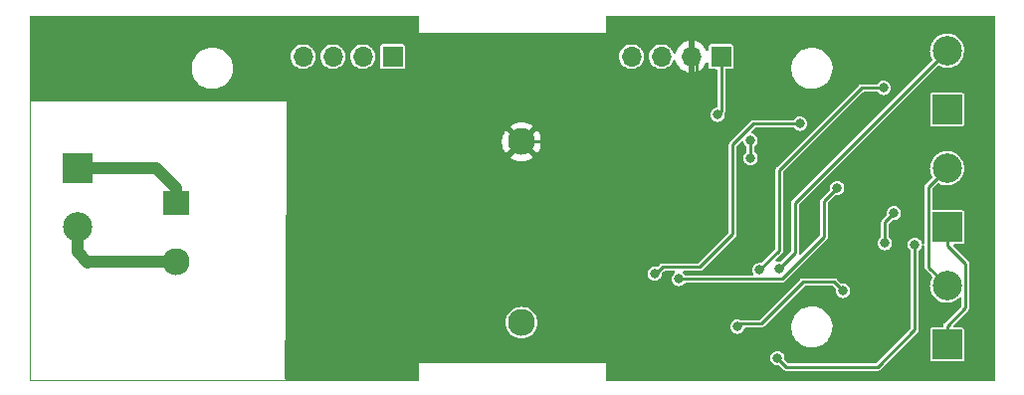
<source format=gbr>
%TF.GenerationSoftware,KiCad,Pcbnew,6.0.11-2627ca5db0~126~ubuntu20.04.1*%
%TF.CreationDate,2024-09-22T13:49:41-05:00*%
%TF.ProjectId,modbus_rtu_mirror_base_88x37x59mm,6d6f6462-7573-45f7-9274-755f6d697272,rev?*%
%TF.SameCoordinates,Original*%
%TF.FileFunction,Copper,L2,Bot*%
%TF.FilePolarity,Positive*%
%FSLAX46Y46*%
G04 Gerber Fmt 4.6, Leading zero omitted, Abs format (unit mm)*
G04 Created by KiCad (PCBNEW 6.0.11-2627ca5db0~126~ubuntu20.04.1) date 2024-09-22 13:49:41*
%MOMM*%
%LPD*%
G01*
G04 APERTURE LIST*
%TA.AperFunction,Profile*%
%ADD10C,0.100000*%
%TD*%
%TA.AperFunction,ComponentPad*%
%ADD11R,2.500000X2.500000*%
%TD*%
%TA.AperFunction,ComponentPad*%
%ADD12C,2.500000*%
%TD*%
%TA.AperFunction,ComponentPad*%
%ADD13R,1.700000X1.700000*%
%TD*%
%TA.AperFunction,ComponentPad*%
%ADD14O,1.700000X1.700000*%
%TD*%
%TA.AperFunction,ComponentPad*%
%ADD15R,2.300000X2.000000*%
%TD*%
%TA.AperFunction,ComponentPad*%
%ADD16C,2.300000*%
%TD*%
%TA.AperFunction,ViaPad*%
%ADD17C,0.800000*%
%TD*%
%TA.AperFunction,Conductor*%
%ADD18C,0.250000*%
%TD*%
%TA.AperFunction,Conductor*%
%ADD19C,1.000000*%
%TD*%
G04 APERTURE END LIST*
D10*
X133000000Y-101500000D02*
X149000000Y-101500000D01*
X149000000Y-131000000D02*
X149000000Y-129500000D01*
X149000000Y-100000000D02*
X149000000Y-101500000D01*
X133000000Y-129500000D02*
X149000000Y-129500000D01*
X100000000Y-100000000D02*
X100000000Y-131000000D01*
X100000000Y-131000000D02*
X133000000Y-131000000D01*
X182000000Y-100000000D02*
X182000000Y-131000000D01*
X149000000Y-131000000D02*
X182000000Y-131000000D01*
X100000000Y-100000000D02*
X133000000Y-100000000D01*
X133000000Y-100000000D02*
X133000000Y-101500000D01*
X133000000Y-131000000D02*
X133000000Y-129500000D01*
X149000000Y-100000000D02*
X182000000Y-100000000D01*
D11*
%TO.P,J3,1,Pin_1*%
%TO.N,/RS485_1_A*%
X178000000Y-118000000D03*
D12*
%TO.P,J3,2,Pin_2*%
%TO.N,/RS485_1_B*%
X178000000Y-113000000D03*
%TD*%
D11*
%TO.P,J2,1,Pin_1*%
%TO.N,/RS485_1_A*%
X178000000Y-128000000D03*
D12*
%TO.P,J2,2,Pin_2*%
%TO.N,/RS485_1_B*%
X178000000Y-123000000D03*
%TD*%
D13*
%TO.P,J5,1,Pin_1*%
%TO.N,+5V*%
X158780000Y-103505000D03*
D14*
%TO.P,J5,2,Pin_2*%
%TO.N,GND*%
X156240000Y-103505000D03*
%TO.P,J5,3,Pin_3*%
%TO.N,Net-(U2-Pad1)*%
X153700000Y-103505000D03*
%TO.P,J5,4,Pin_4*%
%TO.N,Net-(U2-Pad3)*%
X151160000Y-103505000D03*
%TD*%
D11*
%TO.P,J1,1,Pin_1*%
%TO.N,Net-(PS1-Pad1)*%
X104000000Y-113000000D03*
D12*
%TO.P,J1,2,Pin_2*%
%TO.N,Net-(PS1-Pad2)*%
X104000000Y-118000000D03*
%TD*%
D11*
%TO.P,J4,1,Pin_1*%
%TO.N,/RS485_2_A*%
X178000000Y-108000000D03*
D12*
%TO.P,J4,2,Pin_2*%
%TO.N,/RS485_2_B*%
X178000000Y-103000000D03*
%TD*%
D15*
%TO.P,PS1,1,AC/L*%
%TO.N,Net-(PS1-Pad1)*%
X112395000Y-115951000D03*
D16*
%TO.P,PS1,2,AC/N*%
%TO.N,Net-(PS1-Pad2)*%
X112395000Y-120951000D03*
%TO.P,PS1,3,-Vout*%
%TO.N,GND*%
X141795000Y-110751000D03*
%TO.P,PS1,4,+Vout*%
%TO.N,+5V*%
X141795000Y-126151000D03*
%TD*%
D13*
%TO.P,J6,1,Pin_1*%
%TO.N,Net-(U2-Pad4)*%
X130840000Y-103505000D03*
D14*
%TO.P,J6,2,Pin_2*%
%TO.N,Net-(J6-Pad2)*%
X128300000Y-103505000D03*
%TO.P,J6,3,Pin_3*%
%TO.N,Net-(J6-Pad3)*%
X125760000Y-103505000D03*
%TO.P,J6,4,Pin_4*%
%TO.N,Net-(J6-Pad4)*%
X123220000Y-103505000D03*
%TD*%
D17*
%TO.N,GND*%
X158015500Y-118717300D03*
X156585500Y-113576900D03*
%TO.N,/RS485_1_A*%
X172720000Y-119380000D03*
X173482000Y-116840000D03*
%TO.N,/RS485_1_B*%
X160147000Y-126492000D03*
X169164000Y-123444000D03*
%TO.N,/RS485_2_B*%
X161290000Y-110654500D03*
X161290000Y-112141000D03*
X163703000Y-121539000D03*
%TO.N,+5V*%
X158496000Y-108458000D03*
%TO.N,Net-(R1-Pad1)*%
X163576000Y-129159000D03*
X175260000Y-119507000D03*
%TO.N,Net-(R4-Pad1)*%
X162052000Y-121673100D03*
X172593000Y-106172000D03*
%TO.N,Net-(R5-Pad1)*%
X165481000Y-109220000D03*
X153107354Y-121983244D03*
%TO.N,Net-(R6-Pad2)*%
X155194000Y-122428000D03*
X168656000Y-114681000D03*
%TD*%
D18*
%TO.N,GND*%
X156585500Y-117287300D02*
X156585500Y-113576900D01*
X153759600Y-110751000D02*
X156585500Y-113576900D01*
X141795000Y-110751000D02*
X153759600Y-110751000D01*
X156718000Y-107792600D02*
X156718000Y-103983000D01*
X156718000Y-103983000D02*
X156240000Y-103505000D01*
X158015500Y-118717300D02*
X156585500Y-117287300D01*
X153759600Y-110751000D02*
X156718000Y-107792600D01*
%TO.N,/RS485_1_A*%
X179575300Y-124849400D02*
X179575300Y-121150600D01*
X179575300Y-121150600D02*
X178000000Y-119575300D01*
X178000000Y-118000000D02*
X178000000Y-119575300D01*
X178000000Y-128000000D02*
X178000000Y-126424700D01*
X172720000Y-119380000D02*
X172720000Y-117602000D01*
X178000000Y-126424700D02*
X179575300Y-124849400D01*
X172720000Y-117602000D02*
X173482000Y-116840000D01*
%TO.N,/RS485_1_B*%
X176424600Y-114575400D02*
X176424600Y-121424600D01*
X178000000Y-113000000D02*
X176424600Y-114575400D01*
X162179000Y-126238000D02*
X165735000Y-122682000D01*
X160147000Y-126492000D02*
X160401000Y-126238000D01*
X176424600Y-121424600D02*
X178000000Y-123000000D01*
X168402000Y-122682000D02*
X169164000Y-123444000D01*
X165735000Y-122682000D02*
X168402000Y-122682000D01*
X160401000Y-126238000D02*
X162179000Y-126238000D01*
%TO.N,/RS485_2_B*%
X165082500Y-120159500D02*
X165082500Y-115917500D01*
X161290000Y-112141000D02*
X161290000Y-110654500D01*
X163703000Y-121539000D02*
X165082500Y-120159500D01*
X165082500Y-115917500D02*
X178000000Y-103000000D01*
%TO.N,+5V*%
X158496000Y-108458000D02*
X158780000Y-108174000D01*
X158780000Y-108174000D02*
X158780000Y-103505000D01*
%TO.N,Net-(R1-Pad1)*%
X175260000Y-126746000D02*
X175260000Y-119507000D01*
X164338000Y-129921000D02*
X172085000Y-129921000D01*
X163576000Y-129159000D02*
X164338000Y-129921000D01*
X172085000Y-129921000D02*
X175260000Y-126746000D01*
%TO.N,Net-(R4-Pad1)*%
X163726200Y-113187000D02*
X163726200Y-119998900D01*
X163726200Y-119998900D02*
X162052000Y-121673100D01*
X172593000Y-106172000D02*
X170741200Y-106172000D01*
X170741200Y-106172000D02*
X163726200Y-113187000D01*
%TO.N,Net-(R5-Pad1)*%
X159766000Y-112395000D02*
X159766000Y-110998000D01*
X153670000Y-121539000D02*
X153797000Y-121412000D01*
X153107354Y-121983244D02*
X153225756Y-121983244D01*
X153797000Y-121412000D02*
X156972000Y-121412000D01*
X159766000Y-118618000D02*
X159766000Y-112395000D01*
X159766000Y-110998000D02*
X161544000Y-109220000D01*
X153225756Y-121983244D02*
X153670000Y-121539000D01*
X161544000Y-109220000D02*
X165481000Y-109220000D01*
X156972000Y-121412000D02*
X159766000Y-118618000D01*
%TO.N,Net-(R6-Pad2)*%
X167513000Y-118872000D02*
X163957000Y-122428000D01*
X168656000Y-114681000D02*
X167513000Y-115824000D01*
X163957000Y-122428000D02*
X155194000Y-122428000D01*
X167513000Y-115824000D02*
X167513000Y-118872000D01*
D19*
%TO.N,Net-(PS1-Pad1)*%
X112395000Y-114681000D02*
X112395000Y-115951000D01*
X104000000Y-113000000D02*
X110714000Y-113000000D01*
X110714000Y-113000000D02*
X112395000Y-114681000D01*
%TO.N,Net-(PS1-Pad2)*%
X104982000Y-120951000D02*
X112395000Y-120951000D01*
X104000000Y-118000000D02*
X104000000Y-120129000D01*
X104000000Y-120129000D02*
X104902000Y-121031000D01*
X104902000Y-121031000D02*
X104982000Y-120951000D01*
%TD*%
%TA.AperFunction,Conductor*%
%TO.N,GND*%
G36*
X132941121Y-100021002D02*
G01*
X132987614Y-100074658D01*
X132999000Y-100127000D01*
X132999000Y-101499802D01*
X132998918Y-101500000D01*
X132999000Y-101500198D01*
X132999235Y-101500765D01*
X133000000Y-101501082D01*
X133000198Y-101501000D01*
X148999802Y-101501000D01*
X149000000Y-101501082D01*
X149000765Y-101500765D01*
X149001000Y-101500198D01*
X149001082Y-101500000D01*
X149001000Y-101499802D01*
X149001000Y-100127000D01*
X149021002Y-100058879D01*
X149074658Y-100012386D01*
X149127000Y-100001000D01*
X181873000Y-100001000D01*
X181941121Y-100021002D01*
X181987614Y-100074658D01*
X181999000Y-100127000D01*
X181999000Y-130873000D01*
X181978998Y-130941121D01*
X181925342Y-130987614D01*
X181873000Y-130999000D01*
X149127000Y-130999000D01*
X149058879Y-130978998D01*
X149012386Y-130925342D01*
X149001000Y-130873000D01*
X149001000Y-129500198D01*
X149001082Y-129500000D01*
X149000765Y-129499235D01*
X149000198Y-129499000D01*
X149000000Y-129498918D01*
X148999802Y-129499000D01*
X133000198Y-129499000D01*
X133000000Y-129498918D01*
X132999802Y-129499000D01*
X132999235Y-129499235D01*
X132998918Y-129500000D01*
X132999000Y-129500198D01*
X132999000Y-130873000D01*
X132978998Y-130941121D01*
X132925342Y-130987614D01*
X132873000Y-130999000D01*
X121795661Y-130999000D01*
X121727540Y-130978998D01*
X121681047Y-130925342D01*
X121669663Y-130872340D01*
X121672971Y-130240509D01*
X121678633Y-129159000D01*
X162970318Y-129159000D01*
X162990956Y-129315762D01*
X163051464Y-129461841D01*
X163147718Y-129587282D01*
X163273159Y-129683536D01*
X163419238Y-129744044D01*
X163576000Y-129764682D01*
X163642843Y-129755882D01*
X163712990Y-129766821D01*
X163748383Y-129791709D01*
X164093889Y-130137215D01*
X164101315Y-130145318D01*
X164125545Y-130174194D01*
X164135094Y-130179707D01*
X164158185Y-130193039D01*
X164167456Y-130198945D01*
X164198316Y-130220554D01*
X164208966Y-130223408D01*
X164212134Y-130224885D01*
X164215410Y-130226077D01*
X164224955Y-130231588D01*
X164258699Y-130237538D01*
X164262058Y-130238130D01*
X164272785Y-130240508D01*
X164309193Y-130250264D01*
X164320169Y-130249304D01*
X164320172Y-130249304D01*
X164346743Y-130246979D01*
X164357724Y-130246500D01*
X172065290Y-130246500D01*
X172076272Y-130246980D01*
X172102820Y-130249303D01*
X172102822Y-130249303D01*
X172113807Y-130250264D01*
X172150215Y-130240508D01*
X172160942Y-130238130D01*
X172164301Y-130237538D01*
X172198045Y-130231588D01*
X172207590Y-130226077D01*
X172210866Y-130224885D01*
X172214034Y-130223408D01*
X172224684Y-130220554D01*
X172255544Y-130198945D01*
X172264815Y-130193039D01*
X172287906Y-130179707D01*
X172297455Y-130174194D01*
X172321685Y-130145317D01*
X172329111Y-130137215D01*
X175476215Y-126990111D01*
X175484319Y-126982684D01*
X175504749Y-126965541D01*
X175513194Y-126958455D01*
X175518707Y-126948906D01*
X175532039Y-126925815D01*
X175537945Y-126916544D01*
X175553230Y-126894715D01*
X175559554Y-126885684D01*
X175562408Y-126875034D01*
X175563885Y-126871866D01*
X175565077Y-126868590D01*
X175570588Y-126859045D01*
X175577130Y-126821942D01*
X175579509Y-126811210D01*
X175582140Y-126801392D01*
X175589264Y-126774807D01*
X175585980Y-126737272D01*
X175585500Y-126726290D01*
X175585500Y-120076286D01*
X175605502Y-120008165D01*
X175634796Y-119976323D01*
X175681736Y-119940305D01*
X175688282Y-119935282D01*
X175784536Y-119809841D01*
X175845044Y-119663762D01*
X175848178Y-119639957D01*
X175876900Y-119575029D01*
X175936166Y-119535938D01*
X176007157Y-119535093D01*
X176067336Y-119572763D01*
X176097595Y-119636989D01*
X176099100Y-119656403D01*
X176099100Y-121404890D01*
X176098620Y-121415872D01*
X176095336Y-121453407D01*
X176098190Y-121464056D01*
X176105091Y-121489810D01*
X176107470Y-121500542D01*
X176114012Y-121537645D01*
X176119522Y-121547188D01*
X176120715Y-121550466D01*
X176122192Y-121553634D01*
X176125046Y-121564284D01*
X176131370Y-121573315D01*
X176146655Y-121595144D01*
X176152561Y-121604415D01*
X176165893Y-121627506D01*
X176171406Y-121637055D01*
X176200282Y-121661285D01*
X176208385Y-121668711D01*
X176699559Y-122159885D01*
X176733585Y-122222197D01*
X176728520Y-122293012D01*
X176724751Y-122302031D01*
X176636232Y-122492727D01*
X176636228Y-122492739D01*
X176634051Y-122497428D01*
X176570309Y-122727272D01*
X176569760Y-122732409D01*
X176549770Y-122919464D01*
X176544963Y-122964440D01*
X176545260Y-122969592D01*
X176545260Y-122969596D01*
X176558396Y-123197403D01*
X176558397Y-123197409D01*
X176558694Y-123202562D01*
X176611131Y-123435245D01*
X176613075Y-123440032D01*
X176613076Y-123440036D01*
X176675015Y-123592574D01*
X176700867Y-123656239D01*
X176825493Y-123859609D01*
X176981660Y-124039894D01*
X177165176Y-124192252D01*
X177371112Y-124312591D01*
X177593937Y-124397680D01*
X177599005Y-124398711D01*
X177599008Y-124398712D01*
X177714267Y-124422162D01*
X177827666Y-124445233D01*
X177832839Y-124445423D01*
X177832842Y-124445423D01*
X178060861Y-124453784D01*
X178060865Y-124453784D01*
X178066025Y-124453973D01*
X178071146Y-124453317D01*
X178297489Y-124424321D01*
X178297490Y-124424321D01*
X178302609Y-124423665D01*
X178531068Y-124355125D01*
X178745264Y-124250191D01*
X178826492Y-124192252D01*
X178935242Y-124114681D01*
X178939445Y-124111683D01*
X178943104Y-124108037D01*
X179034860Y-124016601D01*
X179097232Y-123982685D01*
X179168039Y-123987873D01*
X179224800Y-124030519D01*
X179249494Y-124097083D01*
X179249800Y-124105852D01*
X179249800Y-124662384D01*
X179229798Y-124730505D01*
X179212895Y-124751479D01*
X177783785Y-126180589D01*
X177775681Y-126188016D01*
X177746806Y-126212245D01*
X177741293Y-126221794D01*
X177727961Y-126244885D01*
X177722055Y-126254156D01*
X177700446Y-126285016D01*
X177697592Y-126295666D01*
X177696115Y-126298834D01*
X177694923Y-126302110D01*
X177689412Y-126311655D01*
X177685401Y-126334405D01*
X177682870Y-126348758D01*
X177680492Y-126359485D01*
X177670736Y-126395893D01*
X177672191Y-126412517D01*
X177658204Y-126482120D01*
X177608807Y-126533114D01*
X177546671Y-126549500D01*
X176730252Y-126549500D01*
X176724184Y-126550707D01*
X176683939Y-126558712D01*
X176683938Y-126558712D01*
X176671769Y-126561133D01*
X176605448Y-126605448D01*
X176561133Y-126671769D01*
X176549500Y-126730252D01*
X176549500Y-129269748D01*
X176561133Y-129328231D01*
X176605448Y-129394552D01*
X176671769Y-129438867D01*
X176683938Y-129441288D01*
X176683939Y-129441288D01*
X176724184Y-129449293D01*
X176730252Y-129450500D01*
X179269748Y-129450500D01*
X179275816Y-129449293D01*
X179316061Y-129441288D01*
X179316062Y-129441288D01*
X179328231Y-129438867D01*
X179394552Y-129394552D01*
X179438867Y-129328231D01*
X179450500Y-129269748D01*
X179450500Y-126730252D01*
X179438867Y-126671769D01*
X179394552Y-126605448D01*
X179328231Y-126561133D01*
X179316062Y-126558712D01*
X179316061Y-126558712D01*
X179275816Y-126550707D01*
X179269748Y-126549500D01*
X178639716Y-126549500D01*
X178571595Y-126529498D01*
X178525102Y-126475842D01*
X178514998Y-126405568D01*
X178544492Y-126340988D01*
X178550621Y-126334405D01*
X179791515Y-125093511D01*
X179799619Y-125086084D01*
X179814157Y-125073885D01*
X179828494Y-125061855D01*
X179838398Y-125044701D01*
X179847339Y-125029215D01*
X179853245Y-125019944D01*
X179868530Y-124998115D01*
X179874854Y-124989084D01*
X179877708Y-124978434D01*
X179879185Y-124975266D01*
X179880377Y-124971990D01*
X179885888Y-124962445D01*
X179892430Y-124925342D01*
X179894809Y-124914610D01*
X179894999Y-124913902D01*
X179904564Y-124878207D01*
X179901279Y-124840657D01*
X179900800Y-124829676D01*
X179900800Y-121170310D01*
X179901280Y-121159328D01*
X179903603Y-121132780D01*
X179903603Y-121132778D01*
X179904564Y-121121793D01*
X179894808Y-121085385D01*
X179892430Y-121074658D01*
X179891153Y-121067418D01*
X179885888Y-121037555D01*
X179880377Y-121028010D01*
X179879185Y-121024734D01*
X179877708Y-121021566D01*
X179874854Y-121010916D01*
X179853245Y-120980056D01*
X179847339Y-120970785D01*
X179834007Y-120947694D01*
X179828494Y-120938145D01*
X179799617Y-120913915D01*
X179791515Y-120906489D01*
X178550621Y-119665595D01*
X178516595Y-119603283D01*
X178521660Y-119532468D01*
X178564207Y-119475632D01*
X178630727Y-119450821D01*
X178639716Y-119450500D01*
X179269748Y-119450500D01*
X179275816Y-119449293D01*
X179316061Y-119441288D01*
X179316062Y-119441288D01*
X179328231Y-119438867D01*
X179394552Y-119394552D01*
X179438867Y-119328231D01*
X179450500Y-119269748D01*
X179450500Y-116730252D01*
X179438867Y-116671769D01*
X179394552Y-116605448D01*
X179328231Y-116561133D01*
X179316062Y-116558712D01*
X179316061Y-116558712D01*
X179275816Y-116550707D01*
X179269748Y-116549500D01*
X176876100Y-116549500D01*
X176807979Y-116529498D01*
X176761486Y-116475842D01*
X176750100Y-116423500D01*
X176750100Y-114762416D01*
X176770102Y-114694295D01*
X176787005Y-114673321D01*
X177161386Y-114298940D01*
X177223698Y-114264914D01*
X177294513Y-114269979D01*
X177314041Y-114279242D01*
X177371112Y-114312591D01*
X177593937Y-114397680D01*
X177599005Y-114398711D01*
X177599008Y-114398712D01*
X177714267Y-114422162D01*
X177827666Y-114445233D01*
X177832839Y-114445423D01*
X177832842Y-114445423D01*
X178060861Y-114453784D01*
X178060865Y-114453784D01*
X178066025Y-114453973D01*
X178071146Y-114453317D01*
X178297489Y-114424321D01*
X178297490Y-114424321D01*
X178302609Y-114423665D01*
X178531068Y-114355125D01*
X178745264Y-114250191D01*
X178939445Y-114111683D01*
X178974856Y-114076396D01*
X179104736Y-113946968D01*
X179108397Y-113943320D01*
X179247582Y-113749623D01*
X179279648Y-113684744D01*
X179350969Y-113540437D01*
X179350970Y-113540435D01*
X179353263Y-113535795D01*
X179422600Y-113307577D01*
X179425583Y-113284921D01*
X179453296Y-113074421D01*
X179453297Y-113074414D01*
X179453733Y-113071099D01*
X179455179Y-113011946D01*
X179455389Y-113003364D01*
X179455389Y-113003360D01*
X179455471Y-113000000D01*
X179447755Y-112906143D01*
X179436351Y-112767435D01*
X179436350Y-112767429D01*
X179435927Y-112762284D01*
X179406874Y-112646618D01*
X179379080Y-112535963D01*
X179379079Y-112535959D01*
X179377821Y-112530952D01*
X179365415Y-112502420D01*
X179284772Y-112316953D01*
X179284770Y-112316950D01*
X179282712Y-112312216D01*
X179153155Y-112111951D01*
X179142040Y-112099735D01*
X178996107Y-111939358D01*
X178996105Y-111939357D01*
X178992629Y-111935536D01*
X178988578Y-111932337D01*
X178988574Y-111932333D01*
X178809500Y-111790909D01*
X178809496Y-111790907D01*
X178805445Y-111787707D01*
X178766125Y-111766001D01*
X178669602Y-111712718D01*
X178596631Y-111672436D01*
X178591762Y-111670712D01*
X178591758Y-111670710D01*
X178376663Y-111594541D01*
X178376661Y-111594540D01*
X178371794Y-111592817D01*
X178253325Y-111571714D01*
X178142060Y-111551894D01*
X178142056Y-111551894D01*
X178136972Y-111550988D01*
X178053140Y-111549964D01*
X177903640Y-111548137D01*
X177903638Y-111548137D01*
X177898471Y-111548074D01*
X177662698Y-111584153D01*
X177435982Y-111658255D01*
X177431394Y-111660643D01*
X177431390Y-111660645D01*
X177229003Y-111766001D01*
X177224414Y-111768390D01*
X177220281Y-111771493D01*
X177220278Y-111771495D01*
X177140216Y-111831608D01*
X177033675Y-111911602D01*
X176868887Y-112084042D01*
X176865973Y-112088314D01*
X176865972Y-112088315D01*
X176852459Y-112108125D01*
X176734475Y-112281082D01*
X176634051Y-112497428D01*
X176570309Y-112727272D01*
X176569760Y-112732409D01*
X176546850Y-112946786D01*
X176544963Y-112964440D01*
X176545260Y-112969592D01*
X176545260Y-112969596D01*
X176558396Y-113197403D01*
X176558397Y-113197409D01*
X176558694Y-113202562D01*
X176559831Y-113207606D01*
X176597333Y-113374016D01*
X176611131Y-113435245D01*
X176613075Y-113440032D01*
X176613076Y-113440036D01*
X176651960Y-113535795D01*
X176700867Y-113656239D01*
X176718337Y-113684747D01*
X176736875Y-113753277D01*
X176715419Y-113820954D01*
X176699999Y-113839675D01*
X176208385Y-114331289D01*
X176200281Y-114338716D01*
X176171406Y-114362945D01*
X176165893Y-114372494D01*
X176152561Y-114395585D01*
X176146655Y-114404856D01*
X176125046Y-114435716D01*
X176122192Y-114446366D01*
X176120715Y-114449534D01*
X176119523Y-114452810D01*
X176114012Y-114462355D01*
X176108062Y-114496099D01*
X176107470Y-114499458D01*
X176105092Y-114510185D01*
X176095336Y-114546593D01*
X176096297Y-114557578D01*
X176096297Y-114557580D01*
X176098620Y-114584128D01*
X176099100Y-114595110D01*
X176099100Y-119357597D01*
X176079098Y-119425718D01*
X176025442Y-119472211D01*
X175955168Y-119482315D01*
X175890588Y-119452821D01*
X175852204Y-119393095D01*
X175848178Y-119374043D01*
X175846122Y-119358426D01*
X175845044Y-119350238D01*
X175784536Y-119204159D01*
X175688282Y-119078718D01*
X175562841Y-118982464D01*
X175416762Y-118921956D01*
X175260000Y-118901318D01*
X175103238Y-118921956D01*
X174957159Y-118982464D01*
X174831718Y-119078718D01*
X174735464Y-119204159D01*
X174674956Y-119350238D01*
X174654318Y-119507000D01*
X174674956Y-119663762D01*
X174735464Y-119809841D01*
X174831718Y-119935282D01*
X174838264Y-119940305D01*
X174885204Y-119976323D01*
X174927071Y-120033661D01*
X174934500Y-120076286D01*
X174934500Y-126558984D01*
X174914498Y-126627105D01*
X174897595Y-126648079D01*
X171987079Y-129558595D01*
X171924767Y-129592621D01*
X171897984Y-129595500D01*
X164525016Y-129595500D01*
X164456895Y-129575498D01*
X164435921Y-129558595D01*
X164208709Y-129331383D01*
X164174683Y-129269071D01*
X164172882Y-129225842D01*
X164180604Y-129167188D01*
X164181682Y-129159000D01*
X164161044Y-129002238D01*
X164100536Y-128856159D01*
X164004282Y-128730718D01*
X163878841Y-128634464D01*
X163732762Y-128573956D01*
X163576000Y-128553318D01*
X163419238Y-128573956D01*
X163273159Y-128634464D01*
X163147718Y-128730718D01*
X163051464Y-128856159D01*
X162990956Y-129002238D01*
X162970318Y-129159000D01*
X121678633Y-129159000D01*
X121694382Y-126151000D01*
X140439341Y-126151000D01*
X140459937Y-126386408D01*
X140461361Y-126391722D01*
X140461361Y-126391723D01*
X140508397Y-126567264D01*
X140521097Y-126614663D01*
X140523419Y-126619643D01*
X140523420Y-126619645D01*
X140617754Y-126821942D01*
X140620965Y-126828829D01*
X140756505Y-127022401D01*
X140923599Y-127189495D01*
X140928107Y-127192652D01*
X140928110Y-127192654D01*
X141112661Y-127321878D01*
X141117170Y-127325035D01*
X141122152Y-127327358D01*
X141122157Y-127327361D01*
X141266736Y-127394779D01*
X141331337Y-127424903D01*
X141336645Y-127426325D01*
X141336647Y-127426326D01*
X141554277Y-127484639D01*
X141559592Y-127486063D01*
X141795000Y-127506659D01*
X142030408Y-127486063D01*
X142035723Y-127484639D01*
X142253353Y-127426326D01*
X142253355Y-127426325D01*
X142258663Y-127424903D01*
X142323264Y-127394779D01*
X142467843Y-127327361D01*
X142467848Y-127327358D01*
X142472830Y-127325035D01*
X142477339Y-127321878D01*
X142661890Y-127192654D01*
X142661893Y-127192652D01*
X142666401Y-127189495D01*
X142833495Y-127022401D01*
X142969035Y-126828829D01*
X142972247Y-126821942D01*
X143066580Y-126619645D01*
X143066581Y-126619643D01*
X143068903Y-126614663D01*
X143081604Y-126567264D01*
X143101770Y-126492000D01*
X159541318Y-126492000D01*
X159561956Y-126648762D01*
X159622464Y-126794841D01*
X159718718Y-126920282D01*
X159844159Y-127016536D01*
X159990238Y-127077044D01*
X160147000Y-127097682D01*
X160155188Y-127096604D01*
X160295574Y-127078122D01*
X160303762Y-127077044D01*
X160449841Y-127016536D01*
X160575282Y-126920282D01*
X160671536Y-126794841D01*
X160732044Y-126648762D01*
X160733370Y-126649311D01*
X160759058Y-126607165D01*
X164747866Y-126607165D01*
X164782952Y-126864970D01*
X164784260Y-126869456D01*
X164784260Y-126869458D01*
X164791622Y-126894715D01*
X164855758Y-127114757D01*
X164964686Y-127351039D01*
X164967246Y-127354944D01*
X164967249Y-127354949D01*
X165104775Y-127564712D01*
X165104779Y-127564717D01*
X165107341Y-127568625D01*
X165280591Y-127762735D01*
X165480629Y-127929105D01*
X165703061Y-128064080D01*
X165707375Y-128065889D01*
X165707377Y-128065890D01*
X165938686Y-128162886D01*
X165938691Y-128162888D01*
X165943001Y-128164695D01*
X165947533Y-128165846D01*
X165947536Y-128165847D01*
X166072815Y-128197663D01*
X166195177Y-128228739D01*
X166411286Y-128250500D01*
X166566044Y-128250500D01*
X166568369Y-128250327D01*
X166568375Y-128250327D01*
X166754814Y-128236472D01*
X166754818Y-128236471D01*
X166759466Y-128236126D01*
X167013232Y-128178705D01*
X167017586Y-128177012D01*
X167251370Y-128086098D01*
X167251372Y-128086097D01*
X167255723Y-128084405D01*
X167291285Y-128064080D01*
X167339038Y-128036786D01*
X167481612Y-127955299D01*
X167685936Y-127794223D01*
X167864208Y-127604714D01*
X167988948Y-127424903D01*
X168009846Y-127394779D01*
X168009848Y-127394776D01*
X168012511Y-127390937D01*
X168030258Y-127354949D01*
X168125521Y-127161775D01*
X168125522Y-127161772D01*
X168127586Y-127157587D01*
X168206906Y-126909792D01*
X168248728Y-126652994D01*
X168251224Y-126462318D01*
X168252073Y-126397512D01*
X168252073Y-126397509D01*
X168252134Y-126392835D01*
X168217048Y-126135030D01*
X168144242Y-125885243D01*
X168035314Y-125648961D01*
X168006637Y-125605221D01*
X167895225Y-125435288D01*
X167895221Y-125435283D01*
X167892659Y-125431375D01*
X167719409Y-125237265D01*
X167519371Y-125070895D01*
X167296939Y-124935920D01*
X167292623Y-124934110D01*
X167061314Y-124837114D01*
X167061309Y-124837112D01*
X167056999Y-124835305D01*
X167052467Y-124834154D01*
X167052464Y-124834153D01*
X166899639Y-124795341D01*
X166804823Y-124771261D01*
X166588714Y-124749500D01*
X166433956Y-124749500D01*
X166431631Y-124749673D01*
X166431625Y-124749673D01*
X166245186Y-124763528D01*
X166245182Y-124763529D01*
X166240534Y-124763874D01*
X165986768Y-124821295D01*
X165982416Y-124822987D01*
X165982414Y-124822988D01*
X165748630Y-124913902D01*
X165748628Y-124913903D01*
X165744277Y-124915595D01*
X165740223Y-124917912D01*
X165740221Y-124917913D01*
X165704467Y-124938348D01*
X165518388Y-125044701D01*
X165314064Y-125205777D01*
X165135792Y-125395286D01*
X164987489Y-125609063D01*
X164985423Y-125613253D01*
X164985421Y-125613256D01*
X164948889Y-125687337D01*
X164872414Y-125842413D01*
X164870992Y-125846856D01*
X164870991Y-125846858D01*
X164847235Y-125921072D01*
X164793094Y-126090208D01*
X164782302Y-126156475D01*
X164753189Y-126335238D01*
X164751272Y-126347006D01*
X164750756Y-126386408D01*
X164747979Y-126598557D01*
X164747866Y-126607165D01*
X160759058Y-126607165D01*
X160765699Y-126596269D01*
X160829558Y-126565245D01*
X160850457Y-126563500D01*
X162159290Y-126563500D01*
X162170272Y-126563980D01*
X162196820Y-126566303D01*
X162196822Y-126566303D01*
X162207807Y-126567264D01*
X162244215Y-126557508D01*
X162254942Y-126555130D01*
X162258301Y-126554538D01*
X162292045Y-126548588D01*
X162301590Y-126543077D01*
X162304866Y-126541885D01*
X162308034Y-126540408D01*
X162318684Y-126537554D01*
X162349544Y-126515945D01*
X162358815Y-126510039D01*
X162381906Y-126496707D01*
X162391455Y-126491194D01*
X162415685Y-126462317D01*
X162423111Y-126454215D01*
X165832922Y-123044405D01*
X165895234Y-123010379D01*
X165922017Y-123007500D01*
X168214984Y-123007500D01*
X168283105Y-123027502D01*
X168304079Y-123044405D01*
X168531291Y-123271617D01*
X168565317Y-123333929D01*
X168567118Y-123377157D01*
X168558318Y-123444000D01*
X168578956Y-123600762D01*
X168639464Y-123746841D01*
X168735718Y-123872282D01*
X168861159Y-123968536D01*
X169007238Y-124029044D01*
X169164000Y-124049682D01*
X169172188Y-124048604D01*
X169312574Y-124030122D01*
X169320762Y-124029044D01*
X169466841Y-123968536D01*
X169592282Y-123872282D01*
X169688536Y-123746841D01*
X169749044Y-123600762D01*
X169769682Y-123444000D01*
X169749044Y-123287238D01*
X169688536Y-123141159D01*
X169592282Y-123015718D01*
X169466841Y-122919464D01*
X169320762Y-122858956D01*
X169164000Y-122838318D01*
X169097157Y-122847118D01*
X169027010Y-122836179D01*
X168991617Y-122811291D01*
X168646111Y-122465785D01*
X168638684Y-122457681D01*
X168621541Y-122437251D01*
X168621542Y-122437251D01*
X168614455Y-122428806D01*
X168593225Y-122416549D01*
X168581815Y-122409961D01*
X168572544Y-122404055D01*
X168550715Y-122388770D01*
X168541684Y-122382446D01*
X168531034Y-122379592D01*
X168527866Y-122378115D01*
X168524590Y-122376923D01*
X168515045Y-122371412D01*
X168481301Y-122365462D01*
X168477942Y-122364870D01*
X168467215Y-122362492D01*
X168430807Y-122352736D01*
X168419822Y-122353697D01*
X168419820Y-122353697D01*
X168393272Y-122356020D01*
X168382290Y-122356500D01*
X165754698Y-122356500D01*
X165743716Y-122356020D01*
X165717180Y-122353698D01*
X165717178Y-122353698D01*
X165706193Y-122352737D01*
X165695543Y-122355591D01*
X165695541Y-122355591D01*
X165669804Y-122362488D01*
X165659069Y-122364868D01*
X165659058Y-122364870D01*
X165621955Y-122371412D01*
X165612407Y-122376924D01*
X165609130Y-122378117D01*
X165605962Y-122379594D01*
X165595316Y-122382447D01*
X165586287Y-122388769D01*
X165564453Y-122404057D01*
X165555185Y-122409961D01*
X165522545Y-122428806D01*
X165515459Y-122437251D01*
X165515457Y-122437253D01*
X165498326Y-122457669D01*
X165490900Y-122465773D01*
X162081079Y-125875595D01*
X162018767Y-125909621D01*
X161991984Y-125912500D01*
X160420713Y-125912500D01*
X160409732Y-125912021D01*
X160383169Y-125909697D01*
X160383168Y-125909697D01*
X160372193Y-125908737D01*
X160361550Y-125911589D01*
X160350564Y-125912550D01*
X160350237Y-125908809D01*
X160308294Y-125908833D01*
X160303762Y-125906956D01*
X160147000Y-125886318D01*
X159990238Y-125906956D01*
X159844159Y-125967464D01*
X159718718Y-126063718D01*
X159622464Y-126189159D01*
X159561956Y-126335238D01*
X159541318Y-126492000D01*
X143101770Y-126492000D01*
X143128639Y-126391723D01*
X143128639Y-126391722D01*
X143130063Y-126386408D01*
X143150659Y-126151000D01*
X143130063Y-125915592D01*
X143128596Y-125910116D01*
X143070326Y-125692647D01*
X143070325Y-125692645D01*
X143068903Y-125687337D01*
X143032403Y-125609063D01*
X142971358Y-125478152D01*
X142971356Y-125478149D01*
X142969035Y-125473171D01*
X142833495Y-125279599D01*
X142666401Y-125112505D01*
X142661893Y-125109348D01*
X142661890Y-125109346D01*
X142477339Y-124980122D01*
X142477336Y-124980120D01*
X142472830Y-124976965D01*
X142467848Y-124974642D01*
X142467843Y-124974639D01*
X142263645Y-124879420D01*
X142263644Y-124879419D01*
X142258663Y-124877097D01*
X142253355Y-124875675D01*
X142253353Y-124875674D01*
X142035723Y-124817361D01*
X142035722Y-124817361D01*
X142030408Y-124815937D01*
X141795000Y-124795341D01*
X141559592Y-124815937D01*
X141554278Y-124817361D01*
X141554277Y-124817361D01*
X141336647Y-124875674D01*
X141336645Y-124875675D01*
X141331337Y-124877097D01*
X141326357Y-124879419D01*
X141326355Y-124879420D01*
X141122152Y-124974642D01*
X141122149Y-124974644D01*
X141117171Y-124976965D01*
X140923599Y-125112505D01*
X140756505Y-125279599D01*
X140620965Y-125473171D01*
X140618644Y-125478149D01*
X140618642Y-125478152D01*
X140557597Y-125609063D01*
X140521097Y-125687337D01*
X140519675Y-125692645D01*
X140519674Y-125692647D01*
X140461404Y-125910116D01*
X140459937Y-125915592D01*
X140439341Y-126151000D01*
X121694382Y-126151000D01*
X121716203Y-121983244D01*
X152501672Y-121983244D01*
X152502750Y-121991432D01*
X152518617Y-122111951D01*
X152522310Y-122140006D01*
X152582818Y-122286085D01*
X152679072Y-122411526D01*
X152685618Y-122416549D01*
X152694407Y-122423293D01*
X152804513Y-122507780D01*
X152950592Y-122568288D01*
X153107354Y-122588926D01*
X153115542Y-122587848D01*
X153255928Y-122569366D01*
X153264116Y-122568288D01*
X153410195Y-122507780D01*
X153520301Y-122423293D01*
X153529090Y-122416549D01*
X153535636Y-122411526D01*
X153631890Y-122286085D01*
X153692398Y-122140006D01*
X153695215Y-122118608D01*
X153711540Y-121994608D01*
X153740262Y-121929681D01*
X153747367Y-121921959D01*
X153894921Y-121774405D01*
X153957233Y-121740379D01*
X153984016Y-121737500D01*
X154736263Y-121737500D01*
X154804384Y-121757502D01*
X154850877Y-121811158D01*
X154860981Y-121881432D01*
X154831487Y-121946012D01*
X154812966Y-121963463D01*
X154772267Y-121994692D01*
X154772264Y-121994695D01*
X154765718Y-121999718D01*
X154760695Y-122006264D01*
X154743370Y-122028842D01*
X154669464Y-122125159D01*
X154608956Y-122271238D01*
X154588318Y-122428000D01*
X154608956Y-122584762D01*
X154669464Y-122730841D01*
X154765718Y-122856282D01*
X154891159Y-122952536D01*
X155037238Y-123013044D01*
X155194000Y-123033682D01*
X155202188Y-123032604D01*
X155342574Y-123014122D01*
X155350762Y-123013044D01*
X155496841Y-122952536D01*
X155622282Y-122856282D01*
X155637708Y-122836179D01*
X155663323Y-122802796D01*
X155720661Y-122760929D01*
X155763286Y-122753500D01*
X163937290Y-122753500D01*
X163948272Y-122753980D01*
X163974820Y-122756303D01*
X163974822Y-122756303D01*
X163985807Y-122757264D01*
X164022215Y-122747508D01*
X164032942Y-122745130D01*
X164036301Y-122744538D01*
X164070045Y-122738588D01*
X164079590Y-122733077D01*
X164082866Y-122731885D01*
X164086034Y-122730408D01*
X164096684Y-122727554D01*
X164127544Y-122705945D01*
X164136815Y-122700039D01*
X164159906Y-122686707D01*
X164169455Y-122681194D01*
X164193685Y-122652317D01*
X164201111Y-122644215D01*
X167465327Y-119380000D01*
X172114318Y-119380000D01*
X172134956Y-119536762D01*
X172195464Y-119682841D01*
X172291718Y-119808282D01*
X172298264Y-119813305D01*
X172302287Y-119816392D01*
X172417159Y-119904536D01*
X172563238Y-119965044D01*
X172720000Y-119985682D01*
X172728188Y-119984604D01*
X172868574Y-119966122D01*
X172876762Y-119965044D01*
X173022841Y-119904536D01*
X173137713Y-119816392D01*
X173141736Y-119813305D01*
X173148282Y-119808282D01*
X173244536Y-119682841D01*
X173305044Y-119536762D01*
X173325682Y-119380000D01*
X173305044Y-119223238D01*
X173244536Y-119077159D01*
X173148282Y-118951718D01*
X173129357Y-118937196D01*
X173094796Y-118910677D01*
X173052929Y-118853339D01*
X173045500Y-118810714D01*
X173045500Y-117789016D01*
X173065502Y-117720895D01*
X173082405Y-117699921D01*
X173309617Y-117472709D01*
X173371929Y-117438683D01*
X173415157Y-117436882D01*
X173482000Y-117445682D01*
X173490188Y-117444604D01*
X173630574Y-117426122D01*
X173638762Y-117425044D01*
X173784841Y-117364536D01*
X173910282Y-117268282D01*
X174006536Y-117142841D01*
X174067044Y-116996762D01*
X174087682Y-116840000D01*
X174067044Y-116683238D01*
X174006536Y-116537159D01*
X173910282Y-116411718D01*
X173784841Y-116315464D01*
X173638762Y-116254956D01*
X173482000Y-116234318D01*
X173325238Y-116254956D01*
X173179159Y-116315464D01*
X173053718Y-116411718D01*
X172957464Y-116537159D01*
X172896956Y-116683238D01*
X172876318Y-116840000D01*
X172877396Y-116848188D01*
X172885118Y-116906842D01*
X172874179Y-116976990D01*
X172849291Y-117012383D01*
X172503785Y-117357889D01*
X172495681Y-117365316D01*
X172466806Y-117389545D01*
X172461293Y-117399094D01*
X172447961Y-117422185D01*
X172442055Y-117431456D01*
X172420446Y-117462316D01*
X172417592Y-117472966D01*
X172416115Y-117476134D01*
X172414923Y-117479410D01*
X172409412Y-117488955D01*
X172403462Y-117522699D01*
X172402870Y-117526058D01*
X172400492Y-117536785D01*
X172390736Y-117573193D01*
X172391697Y-117584178D01*
X172391697Y-117584180D01*
X172394020Y-117610728D01*
X172394500Y-117621710D01*
X172394500Y-118810714D01*
X172374498Y-118878835D01*
X172345204Y-118910677D01*
X172310644Y-118937196D01*
X172291718Y-118951718D01*
X172195464Y-119077159D01*
X172134956Y-119223238D01*
X172114318Y-119380000D01*
X167465327Y-119380000D01*
X167729222Y-119116105D01*
X167737326Y-119108678D01*
X167757749Y-119091541D01*
X167766194Y-119084455D01*
X167785039Y-119051815D01*
X167790943Y-119042547D01*
X167806231Y-119020713D01*
X167812553Y-119011684D01*
X167815406Y-119001038D01*
X167816883Y-118997870D01*
X167818076Y-118994593D01*
X167823588Y-118985045D01*
X167830132Y-118947931D01*
X167832512Y-118937196D01*
X167839410Y-118911454D01*
X167842263Y-118900807D01*
X167838979Y-118863269D01*
X167838500Y-118852288D01*
X167838500Y-116011016D01*
X167858502Y-115942895D01*
X167875405Y-115921921D01*
X168483617Y-115313709D01*
X168545929Y-115279683D01*
X168589157Y-115277882D01*
X168656000Y-115286682D01*
X168664188Y-115285604D01*
X168804574Y-115267122D01*
X168812762Y-115266044D01*
X168958841Y-115205536D01*
X169084282Y-115109282D01*
X169180536Y-114983841D01*
X169241044Y-114837762D01*
X169261682Y-114681000D01*
X169241044Y-114524238D01*
X169180536Y-114378159D01*
X169084282Y-114252718D01*
X168958841Y-114156464D01*
X168812762Y-114095956D01*
X168656000Y-114075318D01*
X168499238Y-114095956D01*
X168353159Y-114156464D01*
X168227718Y-114252718D01*
X168131464Y-114378159D01*
X168070956Y-114524238D01*
X168050318Y-114681000D01*
X168051396Y-114689188D01*
X168059118Y-114747842D01*
X168048179Y-114817990D01*
X168023291Y-114853383D01*
X167296785Y-115579889D01*
X167288681Y-115587316D01*
X167259806Y-115611545D01*
X167254293Y-115621094D01*
X167240961Y-115644185D01*
X167235055Y-115653456D01*
X167213446Y-115684316D01*
X167210592Y-115694966D01*
X167209115Y-115698134D01*
X167207923Y-115701410D01*
X167202412Y-115710955D01*
X167197699Y-115737685D01*
X167195870Y-115748058D01*
X167193492Y-115758785D01*
X167183736Y-115795193D01*
X167184697Y-115806178D01*
X167184697Y-115806180D01*
X167187020Y-115832728D01*
X167187500Y-115843710D01*
X167187500Y-118684983D01*
X167167498Y-118753104D01*
X167150595Y-118774078D01*
X165623323Y-120301350D01*
X165561011Y-120335376D01*
X165490196Y-120330311D01*
X165433360Y-120287764D01*
X165408549Y-120221244D01*
X165408708Y-120201269D01*
X165408910Y-120198956D01*
X165411764Y-120188307D01*
X165408479Y-120150757D01*
X165408000Y-120139776D01*
X165408000Y-116104516D01*
X165428002Y-116036395D01*
X165444905Y-116015421D01*
X172190578Y-109269748D01*
X176549500Y-109269748D01*
X176561133Y-109328231D01*
X176605448Y-109394552D01*
X176615761Y-109401443D01*
X176644843Y-109420875D01*
X176671769Y-109438867D01*
X176683938Y-109441288D01*
X176683939Y-109441288D01*
X176724184Y-109449293D01*
X176730252Y-109450500D01*
X179269748Y-109450500D01*
X179275816Y-109449293D01*
X179316061Y-109441288D01*
X179316062Y-109441288D01*
X179328231Y-109438867D01*
X179355158Y-109420875D01*
X179384239Y-109401443D01*
X179394552Y-109394552D01*
X179438867Y-109328231D01*
X179450500Y-109269748D01*
X179450500Y-106730252D01*
X179444422Y-106699696D01*
X179441288Y-106683939D01*
X179441288Y-106683938D01*
X179438867Y-106671769D01*
X179394552Y-106605448D01*
X179328231Y-106561133D01*
X179316062Y-106558712D01*
X179316061Y-106558712D01*
X179275816Y-106550707D01*
X179269748Y-106549500D01*
X176730252Y-106549500D01*
X176724184Y-106550707D01*
X176683939Y-106558712D01*
X176683938Y-106558712D01*
X176671769Y-106561133D01*
X176605448Y-106605448D01*
X176561133Y-106671769D01*
X176558712Y-106683938D01*
X176558712Y-106683939D01*
X176555578Y-106699696D01*
X176549500Y-106730252D01*
X176549500Y-109269748D01*
X172190578Y-109269748D01*
X177161386Y-104298940D01*
X177223698Y-104264914D01*
X177294513Y-104269979D01*
X177314041Y-104279242D01*
X177371112Y-104312591D01*
X177593937Y-104397680D01*
X177599005Y-104398711D01*
X177599008Y-104398712D01*
X177708858Y-104421061D01*
X177827666Y-104445233D01*
X177832839Y-104445423D01*
X177832842Y-104445423D01*
X178060861Y-104453784D01*
X178060865Y-104453784D01*
X178066025Y-104453973D01*
X178071146Y-104453317D01*
X178297489Y-104424321D01*
X178297490Y-104424321D01*
X178302609Y-104423665D01*
X178531068Y-104355125D01*
X178745264Y-104250191D01*
X178768750Y-104233439D01*
X178935242Y-104114681D01*
X178939445Y-104111683D01*
X179108397Y-103943320D01*
X179134177Y-103907444D01*
X179244564Y-103753823D01*
X179247582Y-103749623D01*
X179279648Y-103684744D01*
X179350969Y-103540437D01*
X179350970Y-103540435D01*
X179353263Y-103535795D01*
X179422600Y-103307577D01*
X179423275Y-103302451D01*
X179453296Y-103074421D01*
X179453297Y-103074414D01*
X179453733Y-103071099D01*
X179455471Y-103000000D01*
X179442039Y-102836623D01*
X179436351Y-102767435D01*
X179436350Y-102767429D01*
X179435927Y-102762284D01*
X179392386Y-102588939D01*
X179379080Y-102535963D01*
X179379079Y-102535959D01*
X179377821Y-102530952D01*
X179368906Y-102510448D01*
X179284772Y-102316953D01*
X179284770Y-102316950D01*
X179282712Y-102312216D01*
X179153155Y-102111951D01*
X179124360Y-102080305D01*
X178996107Y-101939358D01*
X178996105Y-101939357D01*
X178992629Y-101935536D01*
X178988578Y-101932337D01*
X178988574Y-101932333D01*
X178809500Y-101790909D01*
X178809496Y-101790907D01*
X178805445Y-101787707D01*
X178766125Y-101766001D01*
X178749682Y-101756924D01*
X178596631Y-101672436D01*
X178591762Y-101670712D01*
X178591758Y-101670710D01*
X178376663Y-101594541D01*
X178376661Y-101594540D01*
X178371794Y-101592817D01*
X178254383Y-101571903D01*
X178142060Y-101551894D01*
X178142056Y-101551894D01*
X178136972Y-101550988D01*
X178053140Y-101549964D01*
X177903640Y-101548137D01*
X177903638Y-101548137D01*
X177898471Y-101548074D01*
X177662698Y-101584153D01*
X177435982Y-101658255D01*
X177431394Y-101660643D01*
X177431390Y-101660645D01*
X177229003Y-101766001D01*
X177224414Y-101768390D01*
X177220281Y-101771493D01*
X177220278Y-101771495D01*
X177037810Y-101908497D01*
X177033675Y-101911602D01*
X176868887Y-102084042D01*
X176865973Y-102088314D01*
X176865972Y-102088315D01*
X176806545Y-102175432D01*
X176734475Y-102281082D01*
X176702697Y-102349542D01*
X176647918Y-102467555D01*
X176634051Y-102497428D01*
X176570309Y-102727272D01*
X176569760Y-102732409D01*
X176549622Y-102920849D01*
X176544963Y-102964440D01*
X176545260Y-102969592D01*
X176545260Y-102969596D01*
X176558396Y-103197403D01*
X176558397Y-103197409D01*
X176558694Y-103202562D01*
X176611131Y-103435245D01*
X176613075Y-103440032D01*
X176613076Y-103440036D01*
X176651960Y-103535795D01*
X176700867Y-103656239D01*
X176718337Y-103684747D01*
X176736875Y-103753277D01*
X176715419Y-103820954D01*
X176699999Y-103839675D01*
X164866285Y-115673389D01*
X164858181Y-115680816D01*
X164829306Y-115705045D01*
X164823793Y-115714594D01*
X164810461Y-115737685D01*
X164804555Y-115746956D01*
X164782946Y-115777816D01*
X164780092Y-115788466D01*
X164778615Y-115791634D01*
X164777423Y-115794910D01*
X164771912Y-115804455D01*
X164766927Y-115832728D01*
X164765370Y-115841558D01*
X164762992Y-115852285D01*
X164753236Y-115888693D01*
X164754197Y-115899678D01*
X164754197Y-115899680D01*
X164756520Y-115926228D01*
X164757000Y-115937210D01*
X164757000Y-119972484D01*
X164736998Y-120040605D01*
X164720095Y-120061579D01*
X163875383Y-120906291D01*
X163813071Y-120940317D01*
X163769843Y-120942118D01*
X163703000Y-120933318D01*
X163551754Y-120953230D01*
X163481607Y-120942291D01*
X163428508Y-120895163D01*
X163409318Y-120826809D01*
X163430129Y-120758931D01*
X163446214Y-120739213D01*
X163942422Y-120243005D01*
X163950526Y-120235578D01*
X163957144Y-120230025D01*
X163979394Y-120211355D01*
X163984904Y-120201812D01*
X163984907Y-120201808D01*
X163998236Y-120178721D01*
X164004141Y-120169451D01*
X164019432Y-120147613D01*
X164025754Y-120138584D01*
X164028607Y-120127936D01*
X164030086Y-120124765D01*
X164031278Y-120121489D01*
X164036788Y-120111945D01*
X164043334Y-120074824D01*
X164045708Y-120064117D01*
X164055463Y-120027707D01*
X164053754Y-120008165D01*
X164052179Y-119990169D01*
X164051700Y-119979188D01*
X164051700Y-113374016D01*
X164071702Y-113305895D01*
X164088605Y-113284921D01*
X170839121Y-106534405D01*
X170901433Y-106500379D01*
X170928216Y-106497500D01*
X172023714Y-106497500D01*
X172091835Y-106517502D01*
X172123677Y-106546796D01*
X172164718Y-106600282D01*
X172290159Y-106696536D01*
X172436238Y-106757044D01*
X172593000Y-106777682D01*
X172601188Y-106776604D01*
X172741574Y-106758122D01*
X172749762Y-106757044D01*
X172895841Y-106696536D01*
X173021282Y-106600282D01*
X173117536Y-106474841D01*
X173178044Y-106328762D01*
X173198682Y-106172000D01*
X173184474Y-106064080D01*
X173179122Y-106023426D01*
X173178044Y-106015238D01*
X173117536Y-105869159D01*
X173021282Y-105743718D01*
X172895841Y-105647464D01*
X172749762Y-105586956D01*
X172593000Y-105566318D01*
X172436238Y-105586956D01*
X172290159Y-105647464D01*
X172164718Y-105743718D01*
X172159695Y-105750264D01*
X172123677Y-105797204D01*
X172066339Y-105839071D01*
X172023714Y-105846500D01*
X170760913Y-105846500D01*
X170749932Y-105846021D01*
X170723370Y-105843697D01*
X170723368Y-105843697D01*
X170712393Y-105842737D01*
X170675983Y-105852492D01*
X170665276Y-105854866D01*
X170628155Y-105861412D01*
X170618612Y-105866921D01*
X170615340Y-105868112D01*
X170612167Y-105869592D01*
X170601516Y-105872446D01*
X170570656Y-105894055D01*
X170561385Y-105899961D01*
X170538294Y-105913293D01*
X170528745Y-105918806D01*
X170521659Y-105927251D01*
X170504515Y-105947682D01*
X170497089Y-105955785D01*
X163509985Y-112942889D01*
X163501881Y-112950316D01*
X163473006Y-112974545D01*
X163467493Y-112984094D01*
X163454161Y-113007185D01*
X163448255Y-113016456D01*
X163426646Y-113047316D01*
X163423792Y-113057966D01*
X163422315Y-113061134D01*
X163421123Y-113064410D01*
X163415612Y-113073955D01*
X163409662Y-113107699D01*
X163409070Y-113111058D01*
X163406692Y-113121785D01*
X163396936Y-113158193D01*
X163397897Y-113169178D01*
X163397897Y-113169180D01*
X163400220Y-113195728D01*
X163400700Y-113206710D01*
X163400700Y-119811883D01*
X163380698Y-119880004D01*
X163363795Y-119900978D01*
X162224383Y-121040391D01*
X162162071Y-121074416D01*
X162118843Y-121076218D01*
X162052000Y-121067418D01*
X161895238Y-121088056D01*
X161749159Y-121148564D01*
X161735131Y-121159328D01*
X161633146Y-121237584D01*
X161623718Y-121244818D01*
X161527464Y-121370259D01*
X161466956Y-121516338D01*
X161465878Y-121524526D01*
X161463228Y-121544654D01*
X161446318Y-121673100D01*
X161466956Y-121829862D01*
X161470116Y-121837491D01*
X161507723Y-121928282D01*
X161515312Y-121998872D01*
X161483533Y-122062359D01*
X161422475Y-122098586D01*
X161391314Y-122102500D01*
X155763286Y-122102500D01*
X155695165Y-122082498D01*
X155663323Y-122053204D01*
X155627305Y-122006264D01*
X155622282Y-121999718D01*
X155615736Y-121994695D01*
X155615733Y-121994692D01*
X155575034Y-121963463D01*
X155533166Y-121906125D01*
X155528944Y-121835254D01*
X155563708Y-121773351D01*
X155626420Y-121740070D01*
X155651737Y-121737500D01*
X156952290Y-121737500D01*
X156963272Y-121737980D01*
X156989820Y-121740303D01*
X156989822Y-121740303D01*
X157000807Y-121741264D01*
X157037215Y-121731508D01*
X157047942Y-121729130D01*
X157051301Y-121728538D01*
X157085045Y-121722588D01*
X157094590Y-121717077D01*
X157097866Y-121715885D01*
X157101034Y-121714408D01*
X157111684Y-121711554D01*
X157142544Y-121689945D01*
X157151815Y-121684039D01*
X157174906Y-121670707D01*
X157184455Y-121665194D01*
X157208685Y-121636317D01*
X157216111Y-121628215D01*
X159982215Y-118862111D01*
X159990319Y-118854684D01*
X160010749Y-118837541D01*
X160019194Y-118830455D01*
X160024707Y-118820906D01*
X160038039Y-118797815D01*
X160043945Y-118788544D01*
X160059230Y-118766715D01*
X160065554Y-118757684D01*
X160068408Y-118747034D01*
X160069885Y-118743866D01*
X160071077Y-118740590D01*
X160076588Y-118731045D01*
X160083130Y-118693942D01*
X160085509Y-118683210D01*
X160095264Y-118646807D01*
X160091979Y-118609257D01*
X160091500Y-118598276D01*
X160091500Y-111185016D01*
X160111502Y-111116895D01*
X160128405Y-111095921D01*
X160490331Y-110733995D01*
X160552643Y-110699969D01*
X160623458Y-110705034D01*
X160680294Y-110747581D01*
X160699852Y-110795604D01*
X160701741Y-110795098D01*
X160703878Y-110803074D01*
X160704956Y-110811262D01*
X160765464Y-110957341D01*
X160861718Y-111082782D01*
X160868264Y-111087805D01*
X160915204Y-111123823D01*
X160957071Y-111181161D01*
X160964500Y-111223786D01*
X160964500Y-111571714D01*
X160944498Y-111639835D01*
X160915204Y-111671677D01*
X160861718Y-111712718D01*
X160856695Y-111719264D01*
X160850108Y-111727849D01*
X160765464Y-111838159D01*
X160704956Y-111984238D01*
X160684318Y-112141000D01*
X160704956Y-112297762D01*
X160765464Y-112443841D01*
X160770491Y-112450392D01*
X160836152Y-112535963D01*
X160861718Y-112569282D01*
X160987159Y-112665536D01*
X161133238Y-112726044D01*
X161141426Y-112727122D01*
X161181585Y-112732409D01*
X161290000Y-112746682D01*
X161298188Y-112745604D01*
X161438574Y-112727122D01*
X161446762Y-112726044D01*
X161592841Y-112665536D01*
X161718282Y-112569282D01*
X161743849Y-112535963D01*
X161809509Y-112450392D01*
X161814536Y-112443841D01*
X161875044Y-112297762D01*
X161895682Y-112141000D01*
X161875044Y-111984238D01*
X161814536Y-111838159D01*
X161729892Y-111727849D01*
X161723305Y-111719264D01*
X161718282Y-111712718D01*
X161664796Y-111671677D01*
X161622929Y-111614339D01*
X161615500Y-111571714D01*
X161615500Y-111223786D01*
X161635502Y-111155665D01*
X161664796Y-111123823D01*
X161711736Y-111087805D01*
X161718282Y-111082782D01*
X161814536Y-110957341D01*
X161875044Y-110811262D01*
X161895682Y-110654500D01*
X161875044Y-110497738D01*
X161814536Y-110351659D01*
X161718282Y-110226218D01*
X161592841Y-110129964D01*
X161446762Y-110069456D01*
X161438574Y-110068378D01*
X161430598Y-110066241D01*
X161431197Y-110064006D01*
X161377216Y-110040125D01*
X161338125Y-109980860D01*
X161337280Y-109909868D01*
X161369495Y-109854831D01*
X161641921Y-109582405D01*
X161704233Y-109548379D01*
X161731016Y-109545500D01*
X164911714Y-109545500D01*
X164979835Y-109565502D01*
X165011677Y-109594796D01*
X165052718Y-109648282D01*
X165178159Y-109744536D01*
X165324238Y-109805044D01*
X165481000Y-109825682D01*
X165489188Y-109824604D01*
X165629574Y-109806122D01*
X165637762Y-109805044D01*
X165783841Y-109744536D01*
X165909282Y-109648282D01*
X166005536Y-109522841D01*
X166066044Y-109376762D01*
X166086682Y-109220000D01*
X166066044Y-109063238D01*
X166005536Y-108917159D01*
X165909282Y-108791718D01*
X165783841Y-108695464D01*
X165637762Y-108634956D01*
X165481000Y-108614318D01*
X165324238Y-108634956D01*
X165178159Y-108695464D01*
X165052718Y-108791718D01*
X165047695Y-108798264D01*
X165011677Y-108845204D01*
X164954339Y-108887071D01*
X164911714Y-108894500D01*
X161563710Y-108894500D01*
X161552728Y-108894020D01*
X161526180Y-108891697D01*
X161526178Y-108891697D01*
X161515193Y-108890736D01*
X161478785Y-108900492D01*
X161468058Y-108902870D01*
X161464699Y-108903462D01*
X161430955Y-108909412D01*
X161421410Y-108914923D01*
X161418134Y-108916115D01*
X161414966Y-108917592D01*
X161404316Y-108920446D01*
X161395285Y-108926770D01*
X161373456Y-108942055D01*
X161364185Y-108947961D01*
X161341094Y-108961293D01*
X161331545Y-108966806D01*
X161324459Y-108975251D01*
X161307315Y-108995682D01*
X161299889Y-109003785D01*
X159549785Y-110753889D01*
X159541681Y-110761316D01*
X159512806Y-110785545D01*
X159507293Y-110795094D01*
X159493961Y-110818185D01*
X159488055Y-110827456D01*
X159466446Y-110858316D01*
X159463592Y-110868966D01*
X159462115Y-110872134D01*
X159460923Y-110875410D01*
X159455412Y-110884955D01*
X159449462Y-110918699D01*
X159448870Y-110922058D01*
X159446492Y-110932785D01*
X159436736Y-110969193D01*
X159437697Y-110980178D01*
X159437697Y-110980180D01*
X159440020Y-111006728D01*
X159440500Y-111017710D01*
X159440500Y-118430984D01*
X159420498Y-118499105D01*
X159403595Y-118520079D01*
X156874079Y-121049595D01*
X156811767Y-121083621D01*
X156784984Y-121086500D01*
X153816713Y-121086500D01*
X153805732Y-121086021D01*
X153779170Y-121083697D01*
X153779168Y-121083697D01*
X153768193Y-121082737D01*
X153731783Y-121092492D01*
X153721076Y-121094866D01*
X153683955Y-121101412D01*
X153674412Y-121106921D01*
X153671140Y-121108112D01*
X153667967Y-121109592D01*
X153657316Y-121112446D01*
X153628277Y-121132780D01*
X153626456Y-121134055D01*
X153617185Y-121139961D01*
X153607758Y-121145404D01*
X153584545Y-121158806D01*
X153577459Y-121167251D01*
X153560315Y-121187682D01*
X153552889Y-121195785D01*
X153382784Y-121365890D01*
X153320472Y-121399916D01*
X153265077Y-121398598D01*
X153264116Y-121398200D01*
X153107354Y-121377562D01*
X152950592Y-121398200D01*
X152804513Y-121458708D01*
X152763980Y-121489810D01*
X152687967Y-121548137D01*
X152679072Y-121554962D01*
X152582818Y-121680403D01*
X152522310Y-121826482D01*
X152501672Y-121983244D01*
X121716203Y-121983244D01*
X121767984Y-112093204D01*
X140818151Y-112093204D01*
X140822720Y-112099735D01*
X141035736Y-112230271D01*
X141044530Y-112234752D01*
X141276492Y-112330834D01*
X141285877Y-112333883D01*
X141530017Y-112392496D01*
X141539764Y-112394039D01*
X141790070Y-112413739D01*
X141799930Y-112413739D01*
X142050236Y-112394039D01*
X142059983Y-112392496D01*
X142304123Y-112333883D01*
X142313508Y-112330834D01*
X142545470Y-112234752D01*
X142554264Y-112230271D01*
X142765875Y-112100596D01*
X142771922Y-112091330D01*
X142765915Y-112081125D01*
X141807812Y-111123022D01*
X141793868Y-111115408D01*
X141792035Y-111115539D01*
X141785420Y-111119790D01*
X140825544Y-112079666D01*
X140818151Y-112093204D01*
X121767984Y-112093204D01*
X121774985Y-110755930D01*
X140132261Y-110755930D01*
X140151961Y-111006236D01*
X140153504Y-111015983D01*
X140212117Y-111260123D01*
X140215166Y-111269508D01*
X140311248Y-111501470D01*
X140315729Y-111510264D01*
X140445404Y-111721875D01*
X140454670Y-111727922D01*
X140464875Y-111721915D01*
X141422978Y-110763812D01*
X141429356Y-110752132D01*
X142159408Y-110752132D01*
X142159539Y-110753965D01*
X142163790Y-110760580D01*
X143123666Y-111720456D01*
X143137204Y-111727849D01*
X143143735Y-111723280D01*
X143274271Y-111510264D01*
X143278752Y-111501470D01*
X143374834Y-111269508D01*
X143377883Y-111260123D01*
X143436496Y-111015983D01*
X143438039Y-111006236D01*
X143457739Y-110755930D01*
X143457739Y-110746070D01*
X143438039Y-110495764D01*
X143436496Y-110486017D01*
X143377883Y-110241877D01*
X143374834Y-110232492D01*
X143278752Y-110000530D01*
X143274271Y-109991736D01*
X143144596Y-109780125D01*
X143135330Y-109774078D01*
X143125125Y-109780085D01*
X142167022Y-110738188D01*
X142159408Y-110752132D01*
X141429356Y-110752132D01*
X141430592Y-110749868D01*
X141430461Y-110748035D01*
X141426210Y-110741420D01*
X140466334Y-109781544D01*
X140452796Y-109774151D01*
X140446265Y-109778720D01*
X140315729Y-109991736D01*
X140311248Y-110000530D01*
X140215166Y-110232492D01*
X140212117Y-110241877D01*
X140153504Y-110486017D01*
X140151961Y-110495764D01*
X140132261Y-110746070D01*
X140132261Y-110755930D01*
X121774985Y-110755930D01*
X121782028Y-109410670D01*
X140818078Y-109410670D01*
X140824085Y-109420875D01*
X141782188Y-110378978D01*
X141796132Y-110386592D01*
X141797965Y-110386461D01*
X141804580Y-110382210D01*
X142764456Y-109422334D01*
X142771849Y-109408796D01*
X142767280Y-109402265D01*
X142554264Y-109271729D01*
X142545470Y-109267248D01*
X142313508Y-109171166D01*
X142304123Y-109168117D01*
X142059983Y-109109504D01*
X142050236Y-109107961D01*
X141799930Y-109088261D01*
X141790070Y-109088261D01*
X141539764Y-109107961D01*
X141530017Y-109109504D01*
X141285877Y-109168117D01*
X141276492Y-109171166D01*
X141044530Y-109267248D01*
X141035736Y-109271729D01*
X140824125Y-109401404D01*
X140818078Y-109410670D01*
X121782028Y-109410670D01*
X121793000Y-107315000D01*
X100127000Y-107315000D01*
X100058879Y-107294998D01*
X100012386Y-107241342D01*
X100001000Y-107189000D01*
X100001000Y-104607165D01*
X113747866Y-104607165D01*
X113782952Y-104864970D01*
X113855758Y-105114757D01*
X113964686Y-105351039D01*
X113967246Y-105354944D01*
X113967249Y-105354949D01*
X114104775Y-105564712D01*
X114104779Y-105564717D01*
X114107341Y-105568625D01*
X114174887Y-105644304D01*
X114263618Y-105743718D01*
X114280591Y-105762735D01*
X114480629Y-105929105D01*
X114703061Y-106064080D01*
X114707375Y-106065889D01*
X114707377Y-106065890D01*
X114938686Y-106162886D01*
X114938691Y-106162888D01*
X114943001Y-106164695D01*
X114947533Y-106165846D01*
X114947536Y-106165847D01*
X115004005Y-106180188D01*
X115195177Y-106228739D01*
X115411286Y-106250500D01*
X115566044Y-106250500D01*
X115568369Y-106250327D01*
X115568375Y-106250327D01*
X115754814Y-106236472D01*
X115754818Y-106236471D01*
X115759466Y-106236126D01*
X116013232Y-106178705D01*
X116030474Y-106172000D01*
X116251370Y-106086098D01*
X116251372Y-106086097D01*
X116255723Y-106084405D01*
X116291285Y-106064080D01*
X116390088Y-106007609D01*
X116481612Y-105955299D01*
X116685936Y-105794223D01*
X116864208Y-105604714D01*
X117012511Y-105390937D01*
X117030258Y-105354949D01*
X117125521Y-105161775D01*
X117125522Y-105161772D01*
X117127586Y-105157587D01*
X117206906Y-104909792D01*
X117248728Y-104652994D01*
X117250737Y-104499552D01*
X117252073Y-104397512D01*
X117252073Y-104397509D01*
X117252134Y-104392835D01*
X117217048Y-104135030D01*
X117210765Y-104113472D01*
X117174089Y-103987644D01*
X117144242Y-103885243D01*
X117035314Y-103648961D01*
X116962551Y-103537978D01*
X116931267Y-103490262D01*
X122164520Y-103490262D01*
X122165036Y-103496406D01*
X122178458Y-103656239D01*
X122181759Y-103695553D01*
X122183458Y-103701478D01*
X122236152Y-103885243D01*
X122238544Y-103893586D01*
X122241359Y-103899063D01*
X122241360Y-103899066D01*
X122317321Y-104046870D01*
X122332712Y-104076818D01*
X122460677Y-104238270D01*
X122465370Y-104242264D01*
X122465371Y-104242265D01*
X122588442Y-104347006D01*
X122617564Y-104371791D01*
X122622942Y-104374797D01*
X122622944Y-104374798D01*
X122661342Y-104396258D01*
X122797398Y-104472297D01*
X122881280Y-104499552D01*
X122987471Y-104534056D01*
X122987475Y-104534057D01*
X122993329Y-104535959D01*
X123197894Y-104560351D01*
X123204029Y-104559879D01*
X123204031Y-104559879D01*
X123276625Y-104554293D01*
X123403300Y-104544546D01*
X123409230Y-104542890D01*
X123409232Y-104542890D01*
X123595797Y-104490800D01*
X123595796Y-104490800D01*
X123601725Y-104489145D01*
X123607214Y-104486372D01*
X123607220Y-104486370D01*
X123780116Y-104399033D01*
X123785610Y-104396258D01*
X123801345Y-104383965D01*
X123866781Y-104332841D01*
X123947951Y-104269424D01*
X123962590Y-104252465D01*
X124078540Y-104118134D01*
X124078540Y-104118133D01*
X124082564Y-104113472D01*
X124092673Y-104095678D01*
X124164217Y-103969737D01*
X124184323Y-103934344D01*
X124249351Y-103738863D01*
X124275171Y-103534474D01*
X124275583Y-103505000D01*
X124274138Y-103490262D01*
X124704520Y-103490262D01*
X124705036Y-103496406D01*
X124718458Y-103656239D01*
X124721759Y-103695553D01*
X124723458Y-103701478D01*
X124776152Y-103885243D01*
X124778544Y-103893586D01*
X124781359Y-103899063D01*
X124781360Y-103899066D01*
X124857321Y-104046870D01*
X124872712Y-104076818D01*
X125000677Y-104238270D01*
X125005370Y-104242264D01*
X125005371Y-104242265D01*
X125128442Y-104347006D01*
X125157564Y-104371791D01*
X125162942Y-104374797D01*
X125162944Y-104374798D01*
X125201342Y-104396258D01*
X125337398Y-104472297D01*
X125421280Y-104499552D01*
X125527471Y-104534056D01*
X125527475Y-104534057D01*
X125533329Y-104535959D01*
X125737894Y-104560351D01*
X125744029Y-104559879D01*
X125744031Y-104559879D01*
X125816625Y-104554293D01*
X125943300Y-104544546D01*
X125949230Y-104542890D01*
X125949232Y-104542890D01*
X126135797Y-104490800D01*
X126135796Y-104490800D01*
X126141725Y-104489145D01*
X126147214Y-104486372D01*
X126147220Y-104486370D01*
X126320116Y-104399033D01*
X126325610Y-104396258D01*
X126341345Y-104383965D01*
X126406781Y-104332841D01*
X126487951Y-104269424D01*
X126502590Y-104252465D01*
X126618540Y-104118134D01*
X126618540Y-104118133D01*
X126622564Y-104113472D01*
X126632673Y-104095678D01*
X126704217Y-103969737D01*
X126724323Y-103934344D01*
X126789351Y-103738863D01*
X126815171Y-103534474D01*
X126815583Y-103505000D01*
X126814138Y-103490262D01*
X127244520Y-103490262D01*
X127245036Y-103496406D01*
X127258458Y-103656239D01*
X127261759Y-103695553D01*
X127263458Y-103701478D01*
X127316152Y-103885243D01*
X127318544Y-103893586D01*
X127321359Y-103899063D01*
X127321360Y-103899066D01*
X127397321Y-104046870D01*
X127412712Y-104076818D01*
X127540677Y-104238270D01*
X127545370Y-104242264D01*
X127545371Y-104242265D01*
X127668442Y-104347006D01*
X127697564Y-104371791D01*
X127702942Y-104374797D01*
X127702944Y-104374798D01*
X127741342Y-104396258D01*
X127877398Y-104472297D01*
X127961280Y-104499552D01*
X128067471Y-104534056D01*
X128067475Y-104534057D01*
X128073329Y-104535959D01*
X128277894Y-104560351D01*
X128284029Y-104559879D01*
X128284031Y-104559879D01*
X128356625Y-104554293D01*
X128483300Y-104544546D01*
X128489230Y-104542890D01*
X128489232Y-104542890D01*
X128675797Y-104490800D01*
X128675796Y-104490800D01*
X128681725Y-104489145D01*
X128687214Y-104486372D01*
X128687220Y-104486370D01*
X128860116Y-104399033D01*
X128865610Y-104396258D01*
X128881345Y-104383965D01*
X128893142Y-104374748D01*
X129789500Y-104374748D01*
X129790707Y-104380816D01*
X129794331Y-104399033D01*
X129801133Y-104433231D01*
X129845448Y-104499552D01*
X129911769Y-104543867D01*
X129923938Y-104546288D01*
X129923939Y-104546288D01*
X129964184Y-104554293D01*
X129970252Y-104555500D01*
X131709748Y-104555500D01*
X131715816Y-104554293D01*
X131756061Y-104546288D01*
X131756062Y-104546288D01*
X131768231Y-104543867D01*
X131834552Y-104499552D01*
X131878867Y-104433231D01*
X131885670Y-104399033D01*
X131889293Y-104380816D01*
X131890500Y-104374748D01*
X131890500Y-103490262D01*
X150104520Y-103490262D01*
X150105036Y-103496406D01*
X150118458Y-103656239D01*
X150121759Y-103695553D01*
X150123458Y-103701478D01*
X150176152Y-103885243D01*
X150178544Y-103893586D01*
X150181359Y-103899063D01*
X150181360Y-103899066D01*
X150257321Y-104046870D01*
X150272712Y-104076818D01*
X150400677Y-104238270D01*
X150405370Y-104242264D01*
X150405371Y-104242265D01*
X150528442Y-104347006D01*
X150557564Y-104371791D01*
X150562942Y-104374797D01*
X150562944Y-104374798D01*
X150601342Y-104396258D01*
X150737398Y-104472297D01*
X150821280Y-104499552D01*
X150927471Y-104534056D01*
X150927475Y-104534057D01*
X150933329Y-104535959D01*
X151137894Y-104560351D01*
X151144029Y-104559879D01*
X151144031Y-104559879D01*
X151216625Y-104554293D01*
X151343300Y-104544546D01*
X151349230Y-104542890D01*
X151349232Y-104542890D01*
X151535797Y-104490800D01*
X151535796Y-104490800D01*
X151541725Y-104489145D01*
X151547214Y-104486372D01*
X151547220Y-104486370D01*
X151720116Y-104399033D01*
X151725610Y-104396258D01*
X151741345Y-104383965D01*
X151806781Y-104332841D01*
X151887951Y-104269424D01*
X151902590Y-104252465D01*
X152018540Y-104118134D01*
X152018540Y-104118133D01*
X152022564Y-104113472D01*
X152032673Y-104095678D01*
X152104217Y-103969737D01*
X152124323Y-103934344D01*
X152189351Y-103738863D01*
X152215171Y-103534474D01*
X152215583Y-103505000D01*
X152214138Y-103490262D01*
X152644520Y-103490262D01*
X152645036Y-103496406D01*
X152658458Y-103656239D01*
X152661759Y-103695553D01*
X152663458Y-103701478D01*
X152716152Y-103885243D01*
X152718544Y-103893586D01*
X152721359Y-103899063D01*
X152721360Y-103899066D01*
X152797321Y-104046870D01*
X152812712Y-104076818D01*
X152940677Y-104238270D01*
X152945370Y-104242264D01*
X152945371Y-104242265D01*
X153068442Y-104347006D01*
X153097564Y-104371791D01*
X153102942Y-104374797D01*
X153102944Y-104374798D01*
X153141342Y-104396258D01*
X153277398Y-104472297D01*
X153361280Y-104499552D01*
X153467471Y-104534056D01*
X153467475Y-104534057D01*
X153473329Y-104535959D01*
X153677894Y-104560351D01*
X153684029Y-104559879D01*
X153684031Y-104559879D01*
X153756625Y-104554293D01*
X153883300Y-104544546D01*
X153889230Y-104542890D01*
X153889232Y-104542890D01*
X154075797Y-104490800D01*
X154075796Y-104490800D01*
X154081725Y-104489145D01*
X154087214Y-104486372D01*
X154087220Y-104486370D01*
X154260116Y-104399033D01*
X154265610Y-104396258D01*
X154281345Y-104383965D01*
X154346781Y-104332841D01*
X154427951Y-104269424D01*
X154442590Y-104252465D01*
X154558540Y-104118134D01*
X154558540Y-104118133D01*
X154562564Y-104113472D01*
X154572673Y-104095678D01*
X154644217Y-103969737D01*
X154664323Y-103934344D01*
X154673271Y-103907444D01*
X154688496Y-103861678D01*
X154728978Y-103803354D01*
X154794566Y-103776175D01*
X154864437Y-103788770D01*
X154916406Y-103837141D01*
X154930971Y-103873751D01*
X154938564Y-103907444D01*
X154941645Y-103917275D01*
X155021770Y-104114603D01*
X155026413Y-104123794D01*
X155137694Y-104305388D01*
X155143777Y-104313699D01*
X155283213Y-104474667D01*
X155290580Y-104481883D01*
X155454434Y-104617916D01*
X155462881Y-104623831D01*
X155646756Y-104731279D01*
X155656042Y-104735729D01*
X155855001Y-104811703D01*
X155864899Y-104814579D01*
X155968250Y-104835606D01*
X155982299Y-104834410D01*
X155986000Y-104824065D01*
X155986000Y-104823517D01*
X156494000Y-104823517D01*
X156498064Y-104837359D01*
X156511478Y-104839393D01*
X156518184Y-104838534D01*
X156528262Y-104836392D01*
X156732255Y-104775191D01*
X156741842Y-104771433D01*
X156933095Y-104677739D01*
X156941945Y-104672464D01*
X157115328Y-104548792D01*
X157123200Y-104542139D01*
X157274052Y-104391812D01*
X157280730Y-104383965D01*
X157405003Y-104211020D01*
X157410313Y-104202183D01*
X157490543Y-104039851D01*
X157538657Y-103987644D01*
X157607358Y-103969737D01*
X157674834Y-103991816D01*
X157719663Y-104046870D01*
X157729500Y-104095678D01*
X157729500Y-104374748D01*
X157730707Y-104380816D01*
X157734331Y-104399033D01*
X157741133Y-104433231D01*
X157785448Y-104499552D01*
X157851769Y-104543867D01*
X157863938Y-104546288D01*
X157863939Y-104546288D01*
X157904184Y-104554293D01*
X157910252Y-104555500D01*
X158328500Y-104555500D01*
X158396621Y-104575502D01*
X158443114Y-104629158D01*
X158454500Y-104681500D01*
X158454500Y-107747283D01*
X158434498Y-107815404D01*
X158380842Y-107861897D01*
X158355268Y-107869240D01*
X158355402Y-107869741D01*
X158347426Y-107871878D01*
X158339238Y-107872956D01*
X158193159Y-107933464D01*
X158067718Y-108029718D01*
X157971464Y-108155159D01*
X157910956Y-108301238D01*
X157890318Y-108458000D01*
X157910956Y-108614762D01*
X157971464Y-108760841D01*
X158067718Y-108886282D01*
X158193159Y-108982536D01*
X158339238Y-109043044D01*
X158496000Y-109063682D01*
X158504188Y-109062604D01*
X158644574Y-109044122D01*
X158652762Y-109043044D01*
X158798841Y-108982536D01*
X158924282Y-108886282D01*
X159020536Y-108760841D01*
X159081044Y-108614762D01*
X159101682Y-108458000D01*
X159085690Y-108336528D01*
X159091100Y-108287133D01*
X159090588Y-108287043D01*
X159091965Y-108279233D01*
X159097130Y-108249942D01*
X159099509Y-108239210D01*
X159109264Y-108202807D01*
X159105979Y-108165257D01*
X159105500Y-108154276D01*
X159105500Y-104681500D01*
X159125502Y-104613379D01*
X159132673Y-104607165D01*
X164747866Y-104607165D01*
X164782952Y-104864970D01*
X164855758Y-105114757D01*
X164964686Y-105351039D01*
X164967246Y-105354944D01*
X164967249Y-105354949D01*
X165104775Y-105564712D01*
X165104779Y-105564717D01*
X165107341Y-105568625D01*
X165174887Y-105644304D01*
X165263618Y-105743718D01*
X165280591Y-105762735D01*
X165480629Y-105929105D01*
X165703061Y-106064080D01*
X165707375Y-106065889D01*
X165707377Y-106065890D01*
X165938686Y-106162886D01*
X165938691Y-106162888D01*
X165943001Y-106164695D01*
X165947533Y-106165846D01*
X165947536Y-106165847D01*
X166004005Y-106180188D01*
X166195177Y-106228739D01*
X166411286Y-106250500D01*
X166566044Y-106250500D01*
X166568369Y-106250327D01*
X166568375Y-106250327D01*
X166754814Y-106236472D01*
X166754818Y-106236471D01*
X166759466Y-106236126D01*
X167013232Y-106178705D01*
X167030474Y-106172000D01*
X167251370Y-106086098D01*
X167251372Y-106086097D01*
X167255723Y-106084405D01*
X167291285Y-106064080D01*
X167390088Y-106007609D01*
X167481612Y-105955299D01*
X167685936Y-105794223D01*
X167864208Y-105604714D01*
X168012511Y-105390937D01*
X168030258Y-105354949D01*
X168125521Y-105161775D01*
X168125522Y-105161772D01*
X168127586Y-105157587D01*
X168206906Y-104909792D01*
X168248728Y-104652994D01*
X168250737Y-104499552D01*
X168252073Y-104397512D01*
X168252073Y-104397509D01*
X168252134Y-104392835D01*
X168217048Y-104135030D01*
X168210765Y-104113472D01*
X168174089Y-103987644D01*
X168144242Y-103885243D01*
X168035314Y-103648961D01*
X167962551Y-103537978D01*
X167895225Y-103435288D01*
X167895221Y-103435283D01*
X167892659Y-103431375D01*
X167777590Y-103302451D01*
X167722526Y-103240757D01*
X167722524Y-103240755D01*
X167719409Y-103237265D01*
X167519371Y-103070895D01*
X167296939Y-102935920D01*
X167260999Y-102920849D01*
X167061314Y-102837114D01*
X167061309Y-102837112D01*
X167056999Y-102835305D01*
X167052467Y-102834154D01*
X167052464Y-102834153D01*
X166927185Y-102802337D01*
X166804823Y-102771261D01*
X166588714Y-102749500D01*
X166433956Y-102749500D01*
X166431631Y-102749673D01*
X166431625Y-102749673D01*
X166245186Y-102763528D01*
X166245182Y-102763529D01*
X166240534Y-102763874D01*
X165986768Y-102821295D01*
X165982416Y-102822987D01*
X165982414Y-102822988D01*
X165748630Y-102913902D01*
X165748628Y-102913903D01*
X165744277Y-102915595D01*
X165740223Y-102917912D01*
X165740221Y-102917913D01*
X165704467Y-102938348D01*
X165518388Y-103044701D01*
X165314064Y-103205777D01*
X165135792Y-103395286D01*
X164987489Y-103609063D01*
X164985423Y-103613253D01*
X164985421Y-103613256D01*
X164891676Y-103803354D01*
X164872414Y-103842413D01*
X164870992Y-103846856D01*
X164870991Y-103846858D01*
X164860066Y-103880989D01*
X164793094Y-104090208D01*
X164751272Y-104347006D01*
X164750288Y-104422181D01*
X164748281Y-104575502D01*
X164747866Y-104607165D01*
X159132673Y-104607165D01*
X159179158Y-104566886D01*
X159231500Y-104555500D01*
X159649748Y-104555500D01*
X159655816Y-104554293D01*
X159696061Y-104546288D01*
X159696062Y-104546288D01*
X159708231Y-104543867D01*
X159774552Y-104499552D01*
X159818867Y-104433231D01*
X159825670Y-104399033D01*
X159829293Y-104380816D01*
X159830500Y-104374748D01*
X159830500Y-102635252D01*
X159818867Y-102576769D01*
X159774552Y-102510448D01*
X159708231Y-102466133D01*
X159696062Y-102463712D01*
X159696061Y-102463712D01*
X159655816Y-102455707D01*
X159649748Y-102454500D01*
X157910252Y-102454500D01*
X157904184Y-102455707D01*
X157863939Y-102463712D01*
X157863938Y-102463712D01*
X157851769Y-102466133D01*
X157785448Y-102510448D01*
X157741133Y-102576769D01*
X157729500Y-102635252D01*
X157729500Y-102919016D01*
X157709498Y-102987137D01*
X157655842Y-103033630D01*
X157585568Y-103043734D01*
X157520988Y-103014240D01*
X157487950Y-102969258D01*
X157442972Y-102865814D01*
X157438105Y-102856739D01*
X157322426Y-102677926D01*
X157316136Y-102669757D01*
X157172806Y-102512240D01*
X157165273Y-102505215D01*
X156998139Y-102373222D01*
X156989552Y-102367517D01*
X156803117Y-102264599D01*
X156793705Y-102260369D01*
X156592959Y-102189280D01*
X156582988Y-102186646D01*
X156511837Y-102173972D01*
X156498540Y-102175432D01*
X156494000Y-102189989D01*
X156494000Y-104823517D01*
X155986000Y-104823517D01*
X155986000Y-102188102D01*
X155982082Y-102174758D01*
X155967806Y-102172771D01*
X155929324Y-102178660D01*
X155919288Y-102181051D01*
X155716868Y-102247212D01*
X155707359Y-102251209D01*
X155518463Y-102349542D01*
X155509738Y-102355036D01*
X155339433Y-102482905D01*
X155331726Y-102489748D01*
X155184590Y-102643717D01*
X155178104Y-102651727D01*
X155058098Y-102827649D01*
X155053000Y-102836623D01*
X154963338Y-103029783D01*
X154959775Y-103039470D01*
X154931012Y-103143185D01*
X154893533Y-103203483D01*
X154829405Y-103233946D01*
X154758986Y-103224903D01*
X154704636Y-103179224D01*
X154688973Y-103145933D01*
X154688143Y-103143185D01*
X154675935Y-103102749D01*
X154579218Y-102920849D01*
X154499404Y-102822988D01*
X154452906Y-102765975D01*
X154452903Y-102765972D01*
X154449011Y-102761200D01*
X154435250Y-102749816D01*
X154295025Y-102633811D01*
X154295021Y-102633809D01*
X154290275Y-102629882D01*
X154109055Y-102531897D01*
X153912254Y-102470977D01*
X153906129Y-102470333D01*
X153906128Y-102470333D01*
X153713498Y-102450087D01*
X153713496Y-102450087D01*
X153707369Y-102449443D01*
X153620529Y-102457346D01*
X153508342Y-102467555D01*
X153508339Y-102467556D01*
X153502203Y-102468114D01*
X153304572Y-102526280D01*
X153122002Y-102621726D01*
X153117201Y-102625586D01*
X153117198Y-102625588D01*
X152966254Y-102746950D01*
X152961447Y-102750815D01*
X152829024Y-102908630D01*
X152826056Y-102914028D01*
X152826053Y-102914033D01*
X152741151Y-103068470D01*
X152729776Y-103089162D01*
X152667484Y-103285532D01*
X152666798Y-103291649D01*
X152666797Y-103291653D01*
X152651517Y-103427883D01*
X152644520Y-103490262D01*
X152214138Y-103490262D01*
X152195480Y-103299970D01*
X152135935Y-103102749D01*
X152039218Y-102920849D01*
X151959404Y-102822988D01*
X151912906Y-102765975D01*
X151912903Y-102765972D01*
X151909011Y-102761200D01*
X151895250Y-102749816D01*
X151755025Y-102633811D01*
X151755021Y-102633809D01*
X151750275Y-102629882D01*
X151569055Y-102531897D01*
X151372254Y-102470977D01*
X151366129Y-102470333D01*
X151366128Y-102470333D01*
X151173498Y-102450087D01*
X151173496Y-102450087D01*
X151167369Y-102449443D01*
X151080529Y-102457346D01*
X150968342Y-102467555D01*
X150968339Y-102467556D01*
X150962203Y-102468114D01*
X150764572Y-102526280D01*
X150582002Y-102621726D01*
X150577201Y-102625586D01*
X150577198Y-102625588D01*
X150426254Y-102746950D01*
X150421447Y-102750815D01*
X150289024Y-102908630D01*
X150286056Y-102914028D01*
X150286053Y-102914033D01*
X150201151Y-103068470D01*
X150189776Y-103089162D01*
X150127484Y-103285532D01*
X150126798Y-103291649D01*
X150126797Y-103291653D01*
X150111517Y-103427883D01*
X150104520Y-103490262D01*
X131890500Y-103490262D01*
X131890500Y-102635252D01*
X131878867Y-102576769D01*
X131834552Y-102510448D01*
X131768231Y-102466133D01*
X131756062Y-102463712D01*
X131756061Y-102463712D01*
X131715816Y-102455707D01*
X131709748Y-102454500D01*
X129970252Y-102454500D01*
X129964184Y-102455707D01*
X129923939Y-102463712D01*
X129923938Y-102463712D01*
X129911769Y-102466133D01*
X129845448Y-102510448D01*
X129801133Y-102576769D01*
X129789500Y-102635252D01*
X129789500Y-104374748D01*
X128893142Y-104374748D01*
X128946781Y-104332841D01*
X129027951Y-104269424D01*
X129042590Y-104252465D01*
X129158540Y-104118134D01*
X129158540Y-104118133D01*
X129162564Y-104113472D01*
X129172673Y-104095678D01*
X129244217Y-103969737D01*
X129264323Y-103934344D01*
X129329351Y-103738863D01*
X129355171Y-103534474D01*
X129355583Y-103505000D01*
X129335480Y-103299970D01*
X129275935Y-103102749D01*
X129179218Y-102920849D01*
X129099404Y-102822988D01*
X129052906Y-102765975D01*
X129052903Y-102765972D01*
X129049011Y-102761200D01*
X129035250Y-102749816D01*
X128895025Y-102633811D01*
X128895021Y-102633809D01*
X128890275Y-102629882D01*
X128709055Y-102531897D01*
X128512254Y-102470977D01*
X128506129Y-102470333D01*
X128506128Y-102470333D01*
X128313498Y-102450087D01*
X128313496Y-102450087D01*
X128307369Y-102449443D01*
X128220529Y-102457346D01*
X128108342Y-102467555D01*
X128108339Y-102467556D01*
X128102203Y-102468114D01*
X127904572Y-102526280D01*
X127722002Y-102621726D01*
X127717201Y-102625586D01*
X127717198Y-102625588D01*
X127566254Y-102746950D01*
X127561447Y-102750815D01*
X127429024Y-102908630D01*
X127426056Y-102914028D01*
X127426053Y-102914033D01*
X127341151Y-103068470D01*
X127329776Y-103089162D01*
X127267484Y-103285532D01*
X127266798Y-103291649D01*
X127266797Y-103291653D01*
X127251517Y-103427883D01*
X127244520Y-103490262D01*
X126814138Y-103490262D01*
X126795480Y-103299970D01*
X126735935Y-103102749D01*
X126639218Y-102920849D01*
X126559404Y-102822988D01*
X126512906Y-102765975D01*
X126512903Y-102765972D01*
X126509011Y-102761200D01*
X126495250Y-102749816D01*
X126355025Y-102633811D01*
X126355021Y-102633809D01*
X126350275Y-102629882D01*
X126169055Y-102531897D01*
X125972254Y-102470977D01*
X125966129Y-102470333D01*
X125966128Y-102470333D01*
X125773498Y-102450087D01*
X125773496Y-102450087D01*
X125767369Y-102449443D01*
X125680529Y-102457346D01*
X125568342Y-102467555D01*
X125568339Y-102467556D01*
X125562203Y-102468114D01*
X125364572Y-102526280D01*
X125182002Y-102621726D01*
X125177201Y-102625586D01*
X125177198Y-102625588D01*
X125026254Y-102746950D01*
X125021447Y-102750815D01*
X124889024Y-102908630D01*
X124886056Y-102914028D01*
X124886053Y-102914033D01*
X124801151Y-103068470D01*
X124789776Y-103089162D01*
X124727484Y-103285532D01*
X124726798Y-103291649D01*
X124726797Y-103291653D01*
X124711517Y-103427883D01*
X124704520Y-103490262D01*
X124274138Y-103490262D01*
X124255480Y-103299970D01*
X124195935Y-103102749D01*
X124099218Y-102920849D01*
X124019404Y-102822988D01*
X123972906Y-102765975D01*
X123972903Y-102765972D01*
X123969011Y-102761200D01*
X123955250Y-102749816D01*
X123815025Y-102633811D01*
X123815021Y-102633809D01*
X123810275Y-102629882D01*
X123629055Y-102531897D01*
X123432254Y-102470977D01*
X123426129Y-102470333D01*
X123426128Y-102470333D01*
X123233498Y-102450087D01*
X123233496Y-102450087D01*
X123227369Y-102449443D01*
X123140529Y-102457346D01*
X123028342Y-102467555D01*
X123028339Y-102467556D01*
X123022203Y-102468114D01*
X122824572Y-102526280D01*
X122642002Y-102621726D01*
X122637201Y-102625586D01*
X122637198Y-102625588D01*
X122486254Y-102746950D01*
X122481447Y-102750815D01*
X122349024Y-102908630D01*
X122346056Y-102914028D01*
X122346053Y-102914033D01*
X122261151Y-103068470D01*
X122249776Y-103089162D01*
X122187484Y-103285532D01*
X122186798Y-103291649D01*
X122186797Y-103291653D01*
X122171517Y-103427883D01*
X122164520Y-103490262D01*
X116931267Y-103490262D01*
X116895225Y-103435288D01*
X116895221Y-103435283D01*
X116892659Y-103431375D01*
X116777590Y-103302451D01*
X116722526Y-103240757D01*
X116722524Y-103240755D01*
X116719409Y-103237265D01*
X116519371Y-103070895D01*
X116296939Y-102935920D01*
X116260999Y-102920849D01*
X116061314Y-102837114D01*
X116061309Y-102837112D01*
X116056999Y-102835305D01*
X116052467Y-102834154D01*
X116052464Y-102834153D01*
X115927185Y-102802337D01*
X115804823Y-102771261D01*
X115588714Y-102749500D01*
X115433956Y-102749500D01*
X115431631Y-102749673D01*
X115431625Y-102749673D01*
X115245186Y-102763528D01*
X115245182Y-102763529D01*
X115240534Y-102763874D01*
X114986768Y-102821295D01*
X114982416Y-102822987D01*
X114982414Y-102822988D01*
X114748630Y-102913902D01*
X114748628Y-102913903D01*
X114744277Y-102915595D01*
X114740223Y-102917912D01*
X114740221Y-102917913D01*
X114704467Y-102938348D01*
X114518388Y-103044701D01*
X114314064Y-103205777D01*
X114135792Y-103395286D01*
X113987489Y-103609063D01*
X113985423Y-103613253D01*
X113985421Y-103613256D01*
X113891676Y-103803354D01*
X113872414Y-103842413D01*
X113870992Y-103846856D01*
X113870991Y-103846858D01*
X113860066Y-103880989D01*
X113793094Y-104090208D01*
X113751272Y-104347006D01*
X113750288Y-104422181D01*
X113748281Y-104575502D01*
X113747866Y-104607165D01*
X100001000Y-104607165D01*
X100001000Y-100127000D01*
X100021002Y-100058879D01*
X100074658Y-100012386D01*
X100127000Y-100001000D01*
X132873000Y-100001000D01*
X132941121Y-100021002D01*
G37*
%TD.AperFunction*%
%TD*%
M02*

</source>
